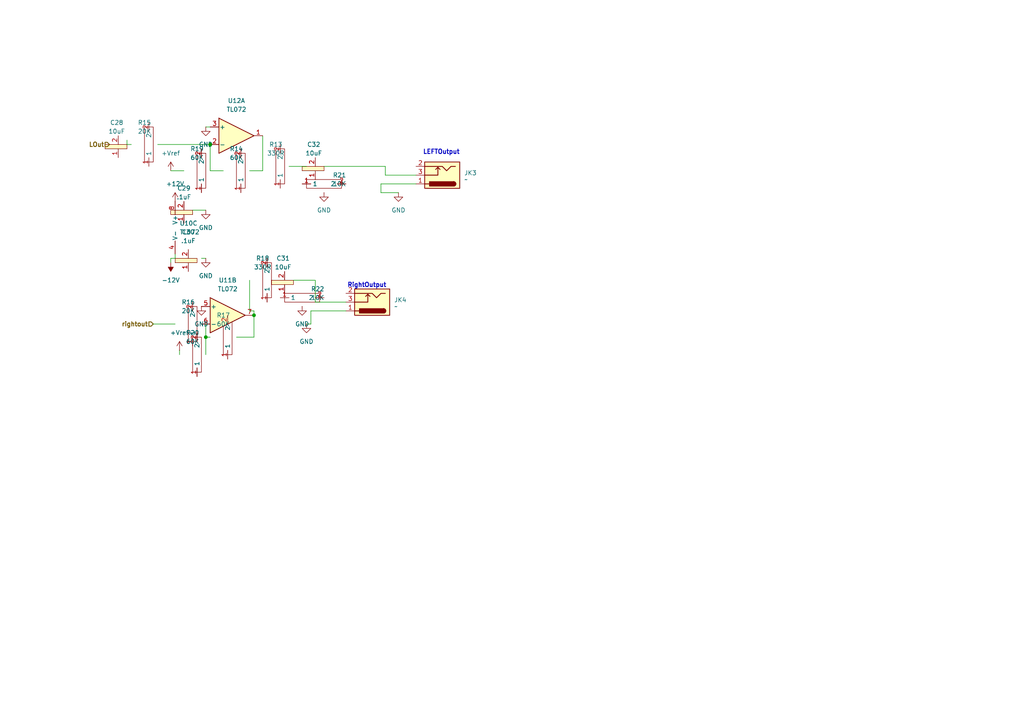
<source format=kicad_sch>
(kicad_sch
	(version 20231120)
	(generator "eeschema")
	(generator_version "8.0")
	(uuid "2c600d02-13f1-442f-8a11-7d7622f1ffe8")
	(paper "A4")
	(lib_symbols
		(symbol "Amplifier_Operational:TL072"
			(pin_names
				(offset 0.127)
			)
			(exclude_from_sim no)
			(in_bom yes)
			(on_board yes)
			(property "Reference" "U"
				(at 0 5.08 0)
				(effects
					(font
						(size 1.27 1.27)
					)
					(justify left)
				)
			)
			(property "Value" "TL072"
				(at 0 -5.08 0)
				(effects
					(font
						(size 1.27 1.27)
					)
					(justify left)
				)
			)
			(property "Footprint" ""
				(at 0 0 0)
				(effects
					(font
						(size 1.27 1.27)
					)
					(hide yes)
				)
			)
			(property "Datasheet" "http://www.ti.com/lit/ds/symlink/tl071.pdf"
				(at 0 0 0)
				(effects
					(font
						(size 1.27 1.27)
					)
					(hide yes)
				)
			)
			(property "Description" "Dual Low-Noise JFET-Input Operational Amplifiers, DIP-8/SOIC-8"
				(at 0 0 0)
				(effects
					(font
						(size 1.27 1.27)
					)
					(hide yes)
				)
			)
			(property "ki_locked" ""
				(at 0 0 0)
				(effects
					(font
						(size 1.27 1.27)
					)
				)
			)
			(property "ki_keywords" "dual opamp"
				(at 0 0 0)
				(effects
					(font
						(size 1.27 1.27)
					)
					(hide yes)
				)
			)
			(property "ki_fp_filters" "SOIC*3.9x4.9mm*P1.27mm* DIP*W7.62mm* TO*99* OnSemi*Micro8* TSSOP*3x3mm*P0.65mm* TSSOP*4.4x3mm*P0.65mm* MSOP*3x3mm*P0.65mm* SSOP*3.9x4.9mm*P0.635mm* LFCSP*2x2mm*P0.5mm* *SIP* SOIC*5.3x6.2mm*P1.27mm*"
				(at 0 0 0)
				(effects
					(font
						(size 1.27 1.27)
					)
					(hide yes)
				)
			)
			(symbol "TL072_1_1"
				(polyline
					(pts
						(xy -5.08 5.08) (xy 5.08 0) (xy -5.08 -5.08) (xy -5.08 5.08)
					)
					(stroke
						(width 0.254)
						(type default)
					)
					(fill
						(type background)
					)
				)
				(pin output line
					(at 7.62 0 180)
					(length 2.54)
					(name "~"
						(effects
							(font
								(size 1.27 1.27)
							)
						)
					)
					(number "1"
						(effects
							(font
								(size 1.27 1.27)
							)
						)
					)
				)
				(pin input line
					(at -7.62 -2.54 0)
					(length 2.54)
					(name "-"
						(effects
							(font
								(size 1.27 1.27)
							)
						)
					)
					(number "2"
						(effects
							(font
								(size 1.27 1.27)
							)
						)
					)
				)
				(pin input line
					(at -7.62 2.54 0)
					(length 2.54)
					(name "+"
						(effects
							(font
								(size 1.27 1.27)
							)
						)
					)
					(number "3"
						(effects
							(font
								(size 1.27 1.27)
							)
						)
					)
				)
			)
			(symbol "TL072_2_1"
				(polyline
					(pts
						(xy -5.08 5.08) (xy 5.08 0) (xy -5.08 -5.08) (xy -5.08 5.08)
					)
					(stroke
						(width 0.254)
						(type default)
					)
					(fill
						(type background)
					)
				)
				(pin input line
					(at -7.62 2.54 0)
					(length 2.54)
					(name "+"
						(effects
							(font
								(size 1.27 1.27)
							)
						)
					)
					(number "5"
						(effects
							(font
								(size 1.27 1.27)
							)
						)
					)
				)
				(pin input line
					(at -7.62 -2.54 0)
					(length 2.54)
					(name "-"
						(effects
							(font
								(size 1.27 1.27)
							)
						)
					)
					(number "6"
						(effects
							(font
								(size 1.27 1.27)
							)
						)
					)
				)
				(pin output line
					(at 7.62 0 180)
					(length 2.54)
					(name "~"
						(effects
							(font
								(size 1.27 1.27)
							)
						)
					)
					(number "7"
						(effects
							(font
								(size 1.27 1.27)
							)
						)
					)
				)
			)
			(symbol "TL072_3_1"
				(pin power_in line
					(at -2.54 -7.62 90)
					(length 3.81)
					(name "V-"
						(effects
							(font
								(size 1.27 1.27)
							)
						)
					)
					(number "4"
						(effects
							(font
								(size 1.27 1.27)
							)
						)
					)
				)
				(pin power_in line
					(at -2.54 7.62 270)
					(length 3.81)
					(name "V+"
						(effects
							(font
								(size 1.27 1.27)
							)
						)
					)
					(number "8"
						(effects
							(font
								(size 1.27 1.27)
							)
						)
					)
				)
			)
		)
		(symbol "common:CerCap"
			(exclude_from_sim no)
			(in_bom yes)
			(on_board yes)
			(property "Reference" "*C"
				(at 0 0 0)
				(effects
					(font
						(size 1.27 1.27)
					)
				)
			)
			(property "Value" ""
				(at 0 0 0)
				(effects
					(font
						(size 1.27 1.27)
					)
				)
			)
			(property "Footprint" "commonfootprint:Ceramic0603"
				(at 0 6.858 0)
				(effects
					(font
						(size 1.27 1.27)
					)
					(hide yes)
				)
			)
			(property "Datasheet" ""
				(at 0 0 0)
				(effects
					(font
						(size 1.27 1.27)
					)
					(hide yes)
				)
			)
			(property "Description" ""
				(at 0 0 0)
				(effects
					(font
						(size 1.27 1.27)
					)
					(hide yes)
				)
			)
			(symbol "CerCap_1_1"
				(rectangle
					(start -1.27 3.81)
					(end 0 -2.54)
					(stroke
						(width 0)
						(type default)
					)
					(fill
						(type background)
					)
				)
				(pin passive line
					(at -3.81 0 0)
					(length 2.54)
					(name ""
						(effects
							(font
								(size 1.27 1.27)
							)
						)
					)
					(number "1"
						(effects
							(font
								(size 1.27 1.27)
							)
						)
					)
				)
				(pin passive line
					(at 2.54 0 180)
					(length 2.54)
					(name ""
						(effects
							(font
								(size 1.27 1.27)
							)
						)
					)
					(number "2"
						(effects
							(font
								(size 1.27 1.27)
							)
						)
					)
				)
			)
		)
		(symbol "common:R"
			(exclude_from_sim no)
			(in_bom yes)
			(on_board yes)
			(property "Reference" "R*"
				(at 0 0 0)
				(effects
					(font
						(size 1.27 1.27)
					)
				)
			)
			(property "Value" ""
				(at 0 0 0)
				(effects
					(font
						(size 1.27 1.27)
					)
				)
			)
			(property "Footprint" "commonfootprint:Modcan0603"
				(at 0 0 0)
				(effects
					(font
						(size 1.27 1.27)
					)
					(hide yes)
				)
			)
			(property "Datasheet" ""
				(at 0 0 0)
				(effects
					(font
						(size 1.27 1.27)
					)
					(hide yes)
				)
			)
			(property "Description" ""
				(at 0 0 0)
				(effects
					(font
						(size 1.27 1.27)
					)
					(hide yes)
				)
			)
			(symbol "R_0_1"
				(rectangle
					(start -5.08 0)
					(end 5.08 -2.54)
					(stroke
						(width 0)
						(type default)
					)
					(fill
						(type none)
					)
				)
			)
			(symbol "R_1_1"
				(pin passive line
					(at -6.35 -1.27 0)
					(length 2.54)
					(name "1"
						(effects
							(font
								(size 1.27 1.27)
							)
						)
					)
					(number "1"
						(effects
							(font
								(size 1.27 1.27)
							)
						)
					)
				)
				(pin passive line
					(at 6.35 -1.27 180)
					(length 2.54)
					(name "2"
						(effects
							(font
								(size 1.27 1.27)
							)
						)
					)
					(number "2"
						(effects
							(font
								(size 1.27 1.27)
							)
						)
					)
				)
			)
		)
		(symbol "esp32lib:LJE0352"
			(exclude_from_sim no)
			(in_bom yes)
			(on_board yes)
			(property "Reference" "JK"
				(at 0 0 0)
				(effects
					(font
						(size 1.27 1.27)
					)
				)
			)
			(property "Value" ""
				(at 0 0 0)
				(effects
					(font
						(size 1.27 1.27)
					)
				)
			)
			(property "Footprint" "customfootprints:LJE0352"
				(at 0 0 0)
				(effects
					(font
						(size 1.27 1.27)
					)
					(hide yes)
				)
			)
			(property "Datasheet" ""
				(at 0 0 0)
				(effects
					(font
						(size 1.27 1.27)
					)
					(hide yes)
				)
			)
			(property "Description" ""
				(at 0 0 0)
				(effects
					(font
						(size 1.27 1.27)
					)
					(hide yes)
				)
			)
			(symbol "LJE0352_0_1"
				(rectangle
					(start -12.7 6.35)
					(end -2.54 -1.27)
					(stroke
						(width 0.254)
						(type default)
					)
					(fill
						(type background)
					)
				)
				(arc
					(start -10.922 5.715)
					(mid -11.5543 5.08)
					(end -10.922 4.445)
					(stroke
						(width 0.254)
						(type default)
					)
					(fill
						(type none)
					)
				)
				(arc
					(start -10.922 5.715)
					(mid -11.5543 5.08)
					(end -10.922 4.445)
					(stroke
						(width 0.254)
						(type default)
					)
					(fill
						(type outline)
					)
				)
				(rectangle
					(start -3.937 5.715)
					(end -10.922 4.445)
					(stroke
						(width 0.254)
						(type default)
					)
					(fill
						(type outline)
					)
				)
				(polyline
					(pts
						(xy -6.35 0.254) (xy -5.715 0.889)
					)
					(stroke
						(width 0.254)
						(type default)
					)
					(fill
						(type none)
					)
				)
				(polyline
					(pts
						(xy -2.54 5.08) (xy -3.81 5.08)
					)
					(stroke
						(width 0.254)
						(type default)
					)
					(fill
						(type none)
					)
				)
				(polyline
					(pts
						(xy -2.54 2.54) (xy -6.35 2.54) (xy -6.35 0.254) (xy -6.985 0.889)
					)
					(stroke
						(width 0.254)
						(type default)
					)
					(fill
						(type none)
					)
				)
				(polyline
					(pts
						(xy -11.43 0) (xy -10.16 0) (xy -8.89 1.27) (xy -7.62 0) (xy -5.08 0) (xy -2.54 0)
					)
					(stroke
						(width 0.254)
						(type default)
					)
					(fill
						(type none)
					)
				)
			)
			(symbol "LJE0352_1_1"
				(pin passive line
					(at 0 5.08 180)
					(length 2.54)
					(name "~"
						(effects
							(font
								(size 1.27 1.27)
							)
						)
					)
					(number "1"
						(effects
							(font
								(size 1.27 1.27)
							)
						)
					)
				)
				(pin passive line
					(at 0 0 180)
					(length 2.54)
					(name "~"
						(effects
							(font
								(size 1.27 1.27)
							)
						)
					)
					(number "2"
						(effects
							(font
								(size 1.27 1.27)
							)
						)
					)
				)
				(pin passive line
					(at 0 2.54 180)
					(length 2.54)
					(name "~"
						(effects
							(font
								(size 1.27 1.27)
							)
						)
					)
					(number "3"
						(effects
							(font
								(size 1.27 1.27)
							)
						)
					)
				)
			)
		)
		(symbol "power:+10V"
			(power)
			(pin_numbers hide)
			(pin_names
				(offset 0) hide)
			(exclude_from_sim no)
			(in_bom yes)
			(on_board yes)
			(property "Reference" "#PWR"
				(at 0 -3.81 0)
				(effects
					(font
						(size 1.27 1.27)
					)
					(hide yes)
				)
			)
			(property "Value" "+10V"
				(at 0 3.556 0)
				(effects
					(font
						(size 1.27 1.27)
					)
				)
			)
			(property "Footprint" ""
				(at 0 0 0)
				(effects
					(font
						(size 1.27 1.27)
					)
					(hide yes)
				)
			)
			(property "Datasheet" ""
				(at 0 0 0)
				(effects
					(font
						(size 1.27 1.27)
					)
					(hide yes)
				)
			)
			(property "Description" "Power symbol creates a global label with name \"+10V\""
				(at 0 0 0)
				(effects
					(font
						(size 1.27 1.27)
					)
					(hide yes)
				)
			)
			(property "ki_keywords" "global power"
				(at 0 0 0)
				(effects
					(font
						(size 1.27 1.27)
					)
					(hide yes)
				)
			)
			(symbol "+10V_0_1"
				(polyline
					(pts
						(xy -0.762 1.27) (xy 0 2.54)
					)
					(stroke
						(width 0)
						(type default)
					)
					(fill
						(type none)
					)
				)
				(polyline
					(pts
						(xy 0 0) (xy 0 2.54)
					)
					(stroke
						(width 0)
						(type default)
					)
					(fill
						(type none)
					)
				)
				(polyline
					(pts
						(xy 0 2.54) (xy 0.762 1.27)
					)
					(stroke
						(width 0)
						(type default)
					)
					(fill
						(type none)
					)
				)
			)
			(symbol "+10V_1_1"
				(pin power_in line
					(at 0 0 90)
					(length 0)
					(name "~"
						(effects
							(font
								(size 1.27 1.27)
							)
						)
					)
					(number "1"
						(effects
							(font
								(size 1.27 1.27)
							)
						)
					)
				)
			)
		)
		(symbol "power:+12V"
			(power)
			(pin_numbers hide)
			(pin_names
				(offset 0) hide)
			(exclude_from_sim no)
			(in_bom yes)
			(on_board yes)
			(property "Reference" "#PWR"
				(at 0 -3.81 0)
				(effects
					(font
						(size 1.27 1.27)
					)
					(hide yes)
				)
			)
			(property "Value" "+12V"
				(at 0 3.556 0)
				(effects
					(font
						(size 1.27 1.27)
					)
				)
			)
			(property "Footprint" ""
				(at 0 0 0)
				(effects
					(font
						(size 1.27 1.27)
					)
					(hide yes)
				)
			)
			(property "Datasheet" ""
				(at 0 0 0)
				(effects
					(font
						(size 1.27 1.27)
					)
					(hide yes)
				)
			)
			(property "Description" "Power symbol creates a global label with name \"+12V\""
				(at 0 0 0)
				(effects
					(font
						(size 1.27 1.27)
					)
					(hide yes)
				)
			)
			(property "ki_keywords" "global power"
				(at 0 0 0)
				(effects
					(font
						(size 1.27 1.27)
					)
					(hide yes)
				)
			)
			(symbol "+12V_0_1"
				(polyline
					(pts
						(xy -0.762 1.27) (xy 0 2.54)
					)
					(stroke
						(width 0)
						(type default)
					)
					(fill
						(type none)
					)
				)
				(polyline
					(pts
						(xy 0 0) (xy 0 2.54)
					)
					(stroke
						(width 0)
						(type default)
					)
					(fill
						(type none)
					)
				)
				(polyline
					(pts
						(xy 0 2.54) (xy 0.762 1.27)
					)
					(stroke
						(width 0)
						(type default)
					)
					(fill
						(type none)
					)
				)
			)
			(symbol "+12V_1_1"
				(pin power_in line
					(at 0 0 90)
					(length 0)
					(name "~"
						(effects
							(font
								(size 1.27 1.27)
							)
						)
					)
					(number "1"
						(effects
							(font
								(size 1.27 1.27)
							)
						)
					)
				)
			)
		)
		(symbol "power:-12V"
			(power)
			(pin_numbers hide)
			(pin_names
				(offset 0) hide)
			(exclude_from_sim no)
			(in_bom yes)
			(on_board yes)
			(property "Reference" "#PWR"
				(at 0 -3.81 0)
				(effects
					(font
						(size 1.27 1.27)
					)
					(hide yes)
				)
			)
			(property "Value" "-12V"
				(at 0 3.556 0)
				(effects
					(font
						(size 1.27 1.27)
					)
				)
			)
			(property "Footprint" ""
				(at 0 0 0)
				(effects
					(font
						(size 1.27 1.27)
					)
					(hide yes)
				)
			)
			(property "Datasheet" ""
				(at 0 0 0)
				(effects
					(font
						(size 1.27 1.27)
					)
					(hide yes)
				)
			)
			(property "Description" "Power symbol creates a global label with name \"-12V\""
				(at 0 0 0)
				(effects
					(font
						(size 1.27 1.27)
					)
					(hide yes)
				)
			)
			(property "ki_keywords" "global power"
				(at 0 0 0)
				(effects
					(font
						(size 1.27 1.27)
					)
					(hide yes)
				)
			)
			(symbol "-12V_0_0"
				(pin power_in line
					(at 0 0 90)
					(length 0)
					(name "~"
						(effects
							(font
								(size 1.27 1.27)
							)
						)
					)
					(number "1"
						(effects
							(font
								(size 1.27 1.27)
							)
						)
					)
				)
			)
			(symbol "-12V_0_1"
				(polyline
					(pts
						(xy 0 0) (xy 0 1.27) (xy 0.762 1.27) (xy 0 2.54) (xy -0.762 1.27) (xy 0 1.27)
					)
					(stroke
						(width 0)
						(type default)
					)
					(fill
						(type outline)
					)
				)
			)
		)
		(symbol "power:GND"
			(power)
			(pin_numbers hide)
			(pin_names
				(offset 0) hide)
			(exclude_from_sim no)
			(in_bom yes)
			(on_board yes)
			(property "Reference" "#PWR"
				(at 0 -6.35 0)
				(effects
					(font
						(size 1.27 1.27)
					)
					(hide yes)
				)
			)
			(property "Value" "GND"
				(at 0 -3.81 0)
				(effects
					(font
						(size 1.27 1.27)
					)
				)
			)
			(property "Footprint" ""
				(at 0 0 0)
				(effects
					(font
						(size 1.27 1.27)
					)
					(hide yes)
				)
			)
			(property "Datasheet" ""
				(at 0 0 0)
				(effects
					(font
						(size 1.27 1.27)
					)
					(hide yes)
				)
			)
			(property "Description" "Power symbol creates a global label with name \"GND\" , ground"
				(at 0 0 0)
				(effects
					(font
						(size 1.27 1.27)
					)
					(hide yes)
				)
			)
			(property "ki_keywords" "global power"
				(at 0 0 0)
				(effects
					(font
						(size 1.27 1.27)
					)
					(hide yes)
				)
			)
			(symbol "GND_0_1"
				(polyline
					(pts
						(xy 0 0) (xy 0 -1.27) (xy 1.27 -1.27) (xy 0 -2.54) (xy -1.27 -1.27) (xy 0 -1.27)
					)
					(stroke
						(width 0)
						(type default)
					)
					(fill
						(type none)
					)
				)
			)
			(symbol "GND_1_1"
				(pin power_in line
					(at 0 0 270)
					(length 0)
					(name "~"
						(effects
							(font
								(size 1.27 1.27)
							)
						)
					)
					(number "1"
						(effects
							(font
								(size 1.27 1.27)
							)
						)
					)
				)
			)
		)
	)
	(junction
		(at 73.66 91.44)
		(diameter 0)
		(color 0 0 0 0)
		(uuid "19359a2a-ebbf-4fc5-b723-9bcb27c1d2d2")
	)
	(junction
		(at 59.69 97.79)
		(diameter 0)
		(color 0 0 0 0)
		(uuid "7db13769-5f32-42fc-894c-50a6c8f20469")
	)
	(junction
		(at 60.96 41.91)
		(diameter 0)
		(color 0 0 0 0)
		(uuid "9455f957-3fde-4f80-ab9c-f20867b7aa9c")
	)
	(wire
		(pts
			(xy 64.77 49.53) (xy 60.96 49.53)
		)
		(stroke
			(width 0)
			(type default)
		)
		(uuid "00ac23b1-efc3-45e3-beb8-7757df447fa1")
	)
	(wire
		(pts
			(xy 120.65 50.8) (xy 111.76 50.8)
		)
		(stroke
			(width 0)
			(type default)
		)
		(uuid "07b330fc-3757-4e64-8391-f4840b65e0bb")
	)
	(wire
		(pts
			(xy 60.96 97.79) (xy 59.69 97.79)
		)
		(stroke
			(width 0)
			(type default)
		)
		(uuid "1ff5054a-9b71-4705-85e1-add51d6c18ac")
	)
	(wire
		(pts
			(xy 49.53 76.2) (xy 49.53 74.93)
		)
		(stroke
			(width 0)
			(type default)
		)
		(uuid "203e6a3a-b717-4274-8481-ef8848e4194f")
	)
	(wire
		(pts
			(xy 90.17 90.17) (xy 100.33 90.17)
		)
		(stroke
			(width 0)
			(type default)
		)
		(uuid "300e3853-a0e6-47bd-88ab-7c1106310d97")
	)
	(wire
		(pts
			(xy 49.53 74.93) (xy 50.8 74.93)
		)
		(stroke
			(width 0)
			(type default)
		)
		(uuid "3341a449-bfea-4b94-9e4e-658ff8d82985")
	)
	(wire
		(pts
			(xy 52.07 102.87) (xy 52.07 101.6)
		)
		(stroke
			(width 0)
			(type default)
		)
		(uuid "398d0400-03f7-4bbb-b1ee-8673f77e9120")
	)
	(wire
		(pts
			(xy 100.33 87.63) (xy 91.44 87.63)
		)
		(stroke
			(width 0)
			(type default)
		)
		(uuid "4154a1eb-dcef-4695-889e-781d7db8859a")
	)
	(wire
		(pts
			(xy 44.45 93.98) (xy 50.8 93.98)
		)
		(stroke
			(width 0)
			(type default)
		)
		(uuid "4424d62d-2790-4c1d-9988-e36a10e0939c")
	)
	(wire
		(pts
			(xy 72.39 49.53) (xy 76.2 49.53)
		)
		(stroke
			(width 0)
			(type default)
		)
		(uuid "44666225-3d43-4e0a-b868-24ff83e06b30")
	)
	(wire
		(pts
			(xy 90.17 93.98) (xy 88.9 93.98)
		)
		(stroke
			(width 0)
			(type default)
		)
		(uuid "4c73ddd5-4142-4137-9009-f38a0315aedf")
	)
	(wire
		(pts
			(xy 68.58 97.79) (xy 73.66 97.79)
		)
		(stroke
			(width 0)
			(type default)
		)
		(uuid "57083b77-5bc5-4926-9639-25abf2a15587")
	)
	(wire
		(pts
			(xy 45.72 41.91) (xy 60.96 41.91)
		)
		(stroke
			(width 0)
			(type default)
		)
		(uuid "5f7abbc2-e74c-4db9-8905-58496fd6cc4b")
	)
	(wire
		(pts
			(xy 76.2 39.37) (xy 76.2 49.53)
		)
		(stroke
			(width 0)
			(type default)
		)
		(uuid "6027a13c-79f9-40d1-b006-d258081690d6")
	)
	(wire
		(pts
			(xy 72.39 81.28) (xy 72.39 90.17)
		)
		(stroke
			(width 0)
			(type default)
		)
		(uuid "6200c9e6-efeb-4807-944b-24f87a1bf868")
	)
	(wire
		(pts
			(xy 88.9 48.26) (xy 83.82 48.26)
		)
		(stroke
			(width 0)
			(type default)
		)
		(uuid "64b5aa60-2444-4181-81f1-f8ae4024fd16")
	)
	(wire
		(pts
			(xy 59.69 74.93) (xy 58.42 74.93)
		)
		(stroke
			(width 0)
			(type default)
		)
		(uuid "6b130206-8aca-4652-a823-ebb1369a39b6")
	)
	(wire
		(pts
			(xy 110.49 53.34) (xy 120.65 53.34)
		)
		(stroke
			(width 0)
			(type default)
		)
		(uuid "7edd90a5-bd38-433a-8978-e3f23c8dfe20")
	)
	(wire
		(pts
			(xy 73.66 91.44) (xy 73.66 97.79)
		)
		(stroke
			(width 0)
			(type default)
		)
		(uuid "81a16cf1-ddf0-496e-8ea4-d71a2dc2f5ba")
	)
	(wire
		(pts
			(xy 110.49 55.88) (xy 115.57 55.88)
		)
		(stroke
			(width 0)
			(type default)
		)
		(uuid "86b61403-3b14-4fab-8785-7043ea78b411")
	)
	(wire
		(pts
			(xy 90.17 90.17) (xy 90.17 93.98)
		)
		(stroke
			(width 0)
			(type default)
		)
		(uuid "895d4cc5-42a9-47cf-92cf-1de1c5c294d8")
	)
	(wire
		(pts
			(xy 111.76 48.26) (xy 93.98 48.26)
		)
		(stroke
			(width 0)
			(type default)
		)
		(uuid "8b7182c7-ce16-48e7-ace8-3c9e170bbc92")
	)
	(wire
		(pts
			(xy 85.09 81.28) (xy 91.44 81.28)
		)
		(stroke
			(width 0)
			(type default)
		)
		(uuid "8e72aff7-9002-434c-bfe6-cfed344336d6")
	)
	(wire
		(pts
			(xy 59.69 60.96) (xy 55.88 60.96)
		)
		(stroke
			(width 0)
			(type default)
		)
		(uuid "9960d92c-3d4a-4db4-8da1-f6df9a323c42")
	)
	(wire
		(pts
			(xy 59.69 93.98) (xy 59.69 97.79)
		)
		(stroke
			(width 0)
			(type default)
		)
		(uuid "9be60f39-b056-4e80-8ef1-69bf1d19f3e3")
	)
	(wire
		(pts
			(xy 50.8 74.93) (xy 50.8 73.66)
		)
		(stroke
			(width 0)
			(type default)
		)
		(uuid "aa489176-fe69-4531-ae01-93a6cf27c45d")
	)
	(wire
		(pts
			(xy 36.83 41.91) (xy 38.1 41.91)
		)
		(stroke
			(width 0)
			(type default)
		)
		(uuid "bec6501c-bf38-4b16-b624-6caf5725d27e")
	)
	(wire
		(pts
			(xy 49.53 49.53) (xy 53.34 49.53)
		)
		(stroke
			(width 0)
			(type default)
		)
		(uuid "bfa4f793-58be-4268-8d6c-655151325872")
	)
	(wire
		(pts
			(xy 59.69 36.83) (xy 60.96 36.83)
		)
		(stroke
			(width 0)
			(type default)
		)
		(uuid "cde36a9a-522b-4cbe-89a2-dcd465019a64")
	)
	(wire
		(pts
			(xy 59.69 97.79) (xy 59.69 102.87)
		)
		(stroke
			(width 0)
			(type default)
		)
		(uuid "d04723ec-e2bc-47dc-a88d-ae4fcd0df48b")
	)
	(wire
		(pts
			(xy 91.44 81.28) (xy 91.44 87.63)
		)
		(stroke
			(width 0)
			(type default)
		)
		(uuid "d106950e-369e-43d5-9b84-74adac262add")
	)
	(wire
		(pts
			(xy 60.96 49.53) (xy 60.96 41.91)
		)
		(stroke
			(width 0)
			(type default)
		)
		(uuid "d243e4f6-f3ba-4dc7-96b0-23ff286f166b")
	)
	(wire
		(pts
			(xy 72.39 90.17) (xy 73.66 90.17)
		)
		(stroke
			(width 0)
			(type default)
		)
		(uuid "da8ffba2-1f7f-4cd1-bb8c-d883ec34a16c")
	)
	(wire
		(pts
			(xy 73.66 90.17) (xy 73.66 91.44)
		)
		(stroke
			(width 0)
			(type default)
		)
		(uuid "e0050eb5-9b3f-42e4-97a2-06d7b8985b91")
	)
	(wire
		(pts
			(xy 111.76 50.8) (xy 111.76 48.26)
		)
		(stroke
			(width 0)
			(type default)
		)
		(uuid "e74f1907-9a13-44e4-afb8-bf4bb52343b5")
	)
	(wire
		(pts
			(xy 110.49 55.88) (xy 110.49 53.34)
		)
		(stroke
			(width 0)
			(type default)
		)
		(uuid "eb7a0780-4b54-4e99-a29c-77147e7686bb")
	)
	(wire
		(pts
			(xy 36.83 41.91) (xy 36.83 40.64)
		)
		(stroke
			(width 0)
			(type default)
		)
		(uuid "fb465640-b96b-4804-af46-a55e2cf73a9a")
	)
	(text "LEFTOutput"
		(exclude_from_sim no)
		(at 128.016 44.196 0)
		(effects
			(font
				(size 1.27 1.27)
				(thickness 0.254)
				(bold yes)
			)
		)
		(uuid "5a11f92c-efc3-4938-bb57-40971c485e88")
	)
	(text "RightOutput\n"
		(exclude_from_sim no)
		(at 106.426 82.804 0)
		(effects
			(font
				(size 1.27 1.27)
				(thickness 0.254)
				(bold yes)
			)
		)
		(uuid "f8e4f527-cd01-42fe-9af7-31ddf591d0df")
	)
	(hierarchical_label "rightout"
		(shape input)
		(at 44.45 93.98 180)
		(effects
			(font
				(size 1.27 1.27)
				(thickness 0.254)
				(bold yes)
			)
			(justify right)
		)
		(uuid "35bfc47a-3a60-4f07-bdc1-0607454e95aa")
	)
	(hierarchical_label "LOut"
		(shape input)
		(at 31.75 41.91 180)
		(effects
			(font
				(size 1.27 1.27)
				(thickness 0.254)
				(bold yes)
			)
			(justify right)
		)
		(uuid "fbf5759c-af39-4808-808e-fc9efeb1aa3b")
	)
	(symbol
		(lib_id "common:CerCap")
		(at 34.29 41.91 90)
		(unit 1)
		(exclude_from_sim no)
		(in_bom yes)
		(on_board yes)
		(dnp no)
		(fields_autoplaced yes)
		(uuid "2d8a20fc-635a-4438-9d91-d1d44a696f4c")
		(property "Reference" "C28"
			(at 33.8582 35.56 90)
			(effects
				(font
					(size 1.27 1.27)
				)
			)
		)
		(property "Value" "10uF"
			(at 33.8582 38.1 90)
			(effects
				(font
					(size 1.27 1.27)
				)
			)
		)
		(property "Footprint" "commonfootprint:Ceramic0603"
			(at 34.29 41.91 0)
			(effects
				(font
					(size 1.27 1.27)
				)
				(hide yes)
			)
		)
		(property "Datasheet" "~"
			(at 34.29 41.91 0)
			(effects
				(font
					(size 1.27 1.27)
				)
				(hide yes)
			)
		)
		(property "Description" "Polarized capacitor, small US symbol"
			(at 34.29 41.91 0)
			(effects
				(font
					(size 1.27 1.27)
				)
				(hide yes)
			)
		)
		(pin "2"
			(uuid "83ad9d91-9d41-4f34-8e76-e54e31aa59ba")
		)
		(pin "1"
			(uuid "c179379c-0f5d-4c07-8bbc-6879d87b76cc")
		)
		(instances
			(project ""
				(path "/c4754426-a41b-4341-9d09-2e389619f3d6/32d637b3-b81c-4082-b7fa-739e0cc157fd/6bb6bc09-ace8-4731-969a-a17c7056fbc0"
					(reference "C28")
					(unit 1)
				)
			)
		)
	)
	(symbol
		(lib_id "common:R")
		(at 57.15 49.53 90)
		(unit 1)
		(exclude_from_sim no)
		(in_bom yes)
		(on_board yes)
		(dnp no)
		(fields_autoplaced yes)
		(uuid "2f1d2e31-0bba-44fb-a255-253691117fbb")
		(property "Reference" "R19"
			(at 57.15 43.18 90)
			(effects
				(font
					(size 1.27 1.27)
				)
			)
		)
		(property "Value" "60K"
			(at 57.15 45.72 90)
			(effects
				(font
					(size 1.27 1.27)
				)
			)
		)
		(property "Footprint" "commonfootprint:Modcan0603"
			(at 57.15 51.308 90)
			(effects
				(font
					(size 1.27 1.27)
				)
				(hide yes)
			)
		)
		(property "Datasheet" "~"
			(at 57.15 49.53 0)
			(effects
				(font
					(size 1.27 1.27)
				)
				(hide yes)
			)
		)
		(property "Description" "Resistor"
			(at 57.15 49.53 0)
			(effects
				(font
					(size 1.27 1.27)
				)
				(hide yes)
			)
		)
		(pin "1"
			(uuid "0f19fe42-7af0-4668-9936-1e2686ba1425")
		)
		(pin "2"
			(uuid "37c5caed-74e8-4fcf-8dfd-45885193fde9")
		)
		(instances
			(project "esp32"
				(path "/c4754426-a41b-4341-9d09-2e389619f3d6/32d637b3-b81c-4082-b7fa-739e0cc157fd/6bb6bc09-ace8-4731-969a-a17c7056fbc0"
					(reference "R19")
					(unit 1)
				)
			)
		)
	)
	(symbol
		(lib_id "common:R")
		(at 80.01 48.26 90)
		(unit 1)
		(exclude_from_sim no)
		(in_bom yes)
		(on_board yes)
		(dnp no)
		(fields_autoplaced yes)
		(uuid "30dd162f-3e3f-4d6f-b39e-6d19ffd991a2")
		(property "Reference" "R13"
			(at 80.01 41.91 90)
			(effects
				(font
					(size 1.27 1.27)
				)
			)
		)
		(property "Value" "330R"
			(at 80.01 44.45 90)
			(effects
				(font
					(size 1.27 1.27)
				)
			)
		)
		(property "Footprint" "commonfootprint:Modcan0603"
			(at 80.01 50.038 90)
			(effects
				(font
					(size 1.27 1.27)
				)
				(hide yes)
			)
		)
		(property "Datasheet" "~"
			(at 80.01 48.26 0)
			(effects
				(font
					(size 1.27 1.27)
				)
				(hide yes)
			)
		)
		(property "Description" "Resistor"
			(at 80.01 48.26 0)
			(effects
				(font
					(size 1.27 1.27)
				)
				(hide yes)
			)
		)
		(pin "1"
			(uuid "cd16866a-7d29-41c7-be65-6ecdfa608cfd")
		)
		(pin "2"
			(uuid "2fef2581-4814-40d4-b2bb-4c5cc2e5a061")
		)
		(instances
			(project ""
				(path "/c4754426-a41b-4341-9d09-2e389619f3d6/32d637b3-b81c-4082-b7fa-739e0cc157fd/6bb6bc09-ace8-4731-969a-a17c7056fbc0"
					(reference "R13")
					(unit 1)
				)
			)
		)
	)
	(symbol
		(lib_id "esp32lib:LJE0352")
		(at 100.33 85.09 180)
		(unit 1)
		(exclude_from_sim no)
		(in_bom yes)
		(on_board yes)
		(dnp no)
		(fields_autoplaced yes)
		(uuid "32d9863a-2b0b-4ee6-8f55-18ea4d2df761")
		(property "Reference" "JK4"
			(at 114.3 86.9949 0)
			(effects
				(font
					(size 1.27 1.27)
				)
				(justify right)
			)
		)
		(property "Value" "~"
			(at 114.3 88.9 0)
			(effects
				(font
					(size 1.27 1.27)
				)
				(justify right)
			)
		)
		(property "Footprint" "customfootprints:LJE0352"
			(at 100.33 85.09 0)
			(effects
				(font
					(size 1.27 1.27)
				)
				(hide yes)
			)
		)
		(property "Datasheet" ""
			(at 100.33 85.09 0)
			(effects
				(font
					(size 1.27 1.27)
				)
				(hide yes)
			)
		)
		(property "Description" ""
			(at 100.33 85.09 0)
			(effects
				(font
					(size 1.27 1.27)
				)
				(hide yes)
			)
		)
		(pin "2"
			(uuid "1dfd3d28-b730-48c4-9b63-00a8ea8cba29")
		)
		(pin "1"
			(uuid "08bac9f6-cba2-4bb1-b4a5-126b92fa396c")
		)
		(pin "3"
			(uuid "6622f5b9-9ff3-441b-9d19-0a283cda2541")
		)
		(instances
			(project "esp32"
				(path "/c4754426-a41b-4341-9d09-2e389619f3d6/32d637b3-b81c-4082-b7fa-739e0cc157fd/6bb6bc09-ace8-4731-969a-a17c7056fbc0"
					(reference "JK4")
					(unit 1)
				)
			)
		)
	)
	(symbol
		(lib_id "power:+10V")
		(at 52.07 101.6 0)
		(unit 1)
		(exclude_from_sim no)
		(in_bom yes)
		(on_board yes)
		(dnp no)
		(fields_autoplaced yes)
		(uuid "3637dc0b-888a-47b9-8b19-4c6fef5a75e6")
		(property "Reference" "#PWR72"
			(at 52.07 105.41 0)
			(effects
				(font
					(size 1.27 1.27)
				)
				(hide yes)
			)
		)
		(property "Value" "+Vref"
			(at 52.07 96.52 0)
			(effects
				(font
					(size 1.27 1.27)
				)
			)
		)
		(property "Footprint" ""
			(at 52.07 101.6 0)
			(effects
				(font
					(size 1.27 1.27)
				)
				(hide yes)
			)
		)
		(property "Datasheet" ""
			(at 52.07 101.6 0)
			(effects
				(font
					(size 1.27 1.27)
				)
				(hide yes)
			)
		)
		(property "Description" "Power symbol creates a global label with name \"+10V\""
			(at 52.07 101.6 0)
			(effects
				(font
					(size 1.27 1.27)
				)
				(hide yes)
			)
		)
		(pin "1"
			(uuid "a99c2fa1-f181-4479-9290-656aff602ead")
		)
		(instances
			(project ""
				(path "/c4754426-a41b-4341-9d09-2e389619f3d6/32d637b3-b81c-4082-b7fa-739e0cc157fd/6bb6bc09-ace8-4731-969a-a17c7056fbc0"
					(reference "#PWR72")
					(unit 1)
				)
			)
		)
	)
	(symbol
		(lib_id "common:CerCap")
		(at 54.61 74.93 90)
		(unit 1)
		(exclude_from_sim no)
		(in_bom yes)
		(on_board yes)
		(dnp no)
		(fields_autoplaced yes)
		(uuid "4c73c563-9e9c-44ce-bdee-d919ae62a133")
		(property "Reference" "C30"
			(at 54.61 67.31 90)
			(effects
				(font
					(size 1.27 1.27)
				)
			)
		)
		(property "Value" ".1uF"
			(at 54.61 69.85 90)
			(effects
				(font
					(size 1.27 1.27)
				)
			)
		)
		(property "Footprint" "commonfootprint:Ceramic0603"
			(at 58.42 73.9648 0)
			(effects
				(font
					(size 1.27 1.27)
				)
				(hide yes)
			)
		)
		(property "Datasheet" "~"
			(at 54.61 74.93 0)
			(effects
				(font
					(size 1.27 1.27)
				)
				(hide yes)
			)
		)
		(property "Description" "Unpolarized capacitor"
			(at 54.61 74.93 0)
			(effects
				(font
					(size 1.27 1.27)
				)
				(hide yes)
			)
		)
		(pin "2"
			(uuid "3065e919-90fe-4f61-a5bf-bc8424eb6ed5")
		)
		(pin "1"
			(uuid "14aadf7f-640b-4b95-b609-731e9c77ff14")
		)
		(instances
			(project ""
				(path "/c4754426-a41b-4341-9d09-2e389619f3d6/32d637b3-b81c-4082-b7fa-739e0cc157fd/6bb6bc09-ace8-4731-969a-a17c7056fbc0"
					(reference "C30")
					(unit 1)
				)
			)
		)
	)
	(symbol
		(lib_id "Amplifier_Operational:TL072")
		(at 53.34 66.04 0)
		(unit 3)
		(exclude_from_sim no)
		(in_bom yes)
		(on_board yes)
		(dnp no)
		(fields_autoplaced yes)
		(uuid "4e9f48e2-9f62-44b6-9ad1-0ed80307bdaf")
		(property "Reference" "U10"
			(at 52.07 64.7699 0)
			(effects
				(font
					(size 1.27 1.27)
				)
				(justify left)
			)
		)
		(property "Value" "TL072"
			(at 52.07 67.3099 0)
			(effects
				(font
					(size 1.27 1.27)
				)
				(justify left)
			)
		)
		(property "Footprint" ""
			(at 53.34 66.04 0)
			(effects
				(font
					(size 1.27 1.27)
				)
				(hide yes)
			)
		)
		(property "Datasheet" "http://www.ti.com/lit/ds/symlink/tl071.pdf"
			(at 53.34 66.04 0)
			(effects
				(font
					(size 1.27 1.27)
				)
				(hide yes)
			)
		)
		(property "Description" "Dual Low-Noise JFET-Input Operational Amplifiers, DIP-8/SOIC-8"
			(at 53.34 66.04 0)
			(effects
				(font
					(size 1.27 1.27)
				)
				(hide yes)
			)
		)
		(pin "3"
			(uuid "90df74e7-f2ca-4ce6-8822-710af2053197")
		)
		(pin "4"
			(uuid "37ebbdfd-9075-4d63-988e-4adb864ffe89")
		)
		(pin "5"
			(uuid "c8c2fdae-1563-42be-9e5d-5e776d89b2dd")
		)
		(pin "2"
			(uuid "3857a028-e06f-4eb3-86d9-ee1dfb520eae")
		)
		(pin "1"
			(uuid "8c7fbea1-6529-493c-8a50-7e8dfb0e749b")
		)
		(pin "6"
			(uuid "68d69244-85ed-416d-bb88-41a5242dfecf")
		)
		(pin "7"
			(uuid "e75e5e98-27bf-4c61-9c70-8a46700264d1")
		)
		(pin "8"
			(uuid "99189417-c544-43b7-ae42-b5be69243308")
		)
		(instances
			(project ""
				(path "/c4754426-a41b-4341-9d09-2e389619f3d6/32d637b3-b81c-4082-b7fa-739e0cc157fd/6bb6bc09-ace8-4731-969a-a17c7056fbc0"
					(reference "U10")
					(unit 3)
				)
			)
		)
	)
	(symbol
		(lib_id "power:GND")
		(at 87.63 88.9 0)
		(unit 1)
		(exclude_from_sim no)
		(in_bom yes)
		(on_board yes)
		(dnp no)
		(fields_autoplaced yes)
		(uuid "54577959-0dd7-4919-80cf-8ce4e42fe688")
		(property "Reference" "#PWR74"
			(at 87.63 95.25 0)
			(effects
				(font
					(size 1.27 1.27)
				)
				(hide yes)
			)
		)
		(property "Value" "GND"
			(at 87.63 93.98 0)
			(effects
				(font
					(size 1.27 1.27)
				)
			)
		)
		(property "Footprint" ""
			(at 87.63 88.9 0)
			(effects
				(font
					(size 1.27 1.27)
				)
				(hide yes)
			)
		)
		(property "Datasheet" ""
			(at 87.63 88.9 0)
			(effects
				(font
					(size 1.27 1.27)
				)
				(hide yes)
			)
		)
		(property "Description" "Power symbol creates a global label with name \"GND\" , ground"
			(at 87.63 88.9 0)
			(effects
				(font
					(size 1.27 1.27)
				)
				(hide yes)
			)
		)
		(pin "1"
			(uuid "1d5e7136-a1e7-4039-b19a-9d773c1b9eff")
		)
		(instances
			(project ""
				(path "/c4754426-a41b-4341-9d09-2e389619f3d6/32d637b3-b81c-4082-b7fa-739e0cc157fd/6bb6bc09-ace8-4731-969a-a17c7056fbc0"
					(reference "#PWR74")
					(unit 1)
				)
			)
		)
	)
	(symbol
		(lib_id "common:R")
		(at 55.88 102.87 90)
		(unit 1)
		(exclude_from_sim no)
		(in_bom yes)
		(on_board yes)
		(dnp no)
		(fields_autoplaced yes)
		(uuid "5a5119b0-d28d-493f-a011-f145efc793d8")
		(property "Reference" "R20"
			(at 55.88 96.52 90)
			(effects
				(font
					(size 1.27 1.27)
				)
			)
		)
		(property "Value" "60K"
			(at 55.88 99.06 90)
			(effects
				(font
					(size 1.27 1.27)
				)
			)
		)
		(property "Footprint" "commonfootprint:Modcan0603"
			(at 55.88 104.648 90)
			(effects
				(font
					(size 1.27 1.27)
				)
				(hide yes)
			)
		)
		(property "Datasheet" "~"
			(at 55.88 102.87 0)
			(effects
				(font
					(size 1.27 1.27)
				)
				(hide yes)
			)
		)
		(property "Description" "Resistor"
			(at 55.88 102.87 0)
			(effects
				(font
					(size 1.27 1.27)
				)
				(hide yes)
			)
		)
		(pin "1"
			(uuid "e5d64c8b-6a36-4cef-9195-34c81f994fd2")
		)
		(pin "2"
			(uuid "b8d0a675-55f1-4e79-87bc-d8cdf42e72ae")
		)
		(instances
			(project "esp32"
				(path "/c4754426-a41b-4341-9d09-2e389619f3d6/32d637b3-b81c-4082-b7fa-739e0cc157fd/6bb6bc09-ace8-4731-969a-a17c7056fbc0"
					(reference "R20")
					(unit 1)
				)
			)
		)
	)
	(symbol
		(lib_id "common:R")
		(at 68.58 49.53 90)
		(unit 1)
		(exclude_from_sim no)
		(in_bom yes)
		(on_board yes)
		(dnp no)
		(fields_autoplaced yes)
		(uuid "5bf1ce90-eaae-4d1a-8f1f-3c6703ad6a7d")
		(property "Reference" "R14"
			(at 68.58 43.18 90)
			(effects
				(font
					(size 1.27 1.27)
				)
			)
		)
		(property "Value" "60K"
			(at 68.58 45.72 90)
			(effects
				(font
					(size 1.27 1.27)
				)
			)
		)
		(property "Footprint" "commonfootprint:Modcan0603"
			(at 68.58 51.308 90)
			(effects
				(font
					(size 1.27 1.27)
				)
				(hide yes)
			)
		)
		(property "Datasheet" "~"
			(at 68.58 49.53 0)
			(effects
				(font
					(size 1.27 1.27)
				)
				(hide yes)
			)
		)
		(property "Description" "Resistor"
			(at 68.58 49.53 0)
			(effects
				(font
					(size 1.27 1.27)
				)
				(hide yes)
			)
		)
		(pin "1"
			(uuid "8aa408f5-3d01-4f1c-97bb-8157f77a8759")
		)
		(pin "2"
			(uuid "15aeb08a-afea-43fe-a944-fe17273fdd0d")
		)
		(instances
			(project ""
				(path "/c4754426-a41b-4341-9d09-2e389619f3d6/32d637b3-b81c-4082-b7fa-739e0cc157fd/6bb6bc09-ace8-4731-969a-a17c7056fbc0"
					(reference "R14")
					(unit 1)
				)
			)
		)
	)
	(symbol
		(lib_id "power:GND")
		(at 88.9 93.98 0)
		(unit 1)
		(exclude_from_sim no)
		(in_bom yes)
		(on_board yes)
		(dnp no)
		(fields_autoplaced yes)
		(uuid "72a54f5b-a75b-473c-a056-7c328d849605")
		(property "Reference" "#PWR68"
			(at 88.9 100.33 0)
			(effects
				(font
					(size 1.27 1.27)
				)
				(hide yes)
			)
		)
		(property "Value" "GND"
			(at 88.9 99.06 0)
			(effects
				(font
					(size 1.27 1.27)
				)
			)
		)
		(property "Footprint" ""
			(at 88.9 93.98 0)
			(effects
				(font
					(size 1.27 1.27)
				)
				(hide yes)
			)
		)
		(property "Datasheet" ""
			(at 88.9 93.98 0)
			(effects
				(font
					(size 1.27 1.27)
				)
				(hide yes)
			)
		)
		(property "Description" "Power symbol creates a global label with name \"GND\" , ground"
			(at 88.9 93.98 0)
			(effects
				(font
					(size 1.27 1.27)
				)
				(hide yes)
			)
		)
		(pin "1"
			(uuid "f9a3aa3a-3f46-4f5f-96c7-58e9d771a327")
		)
		(instances
			(project "esp32"
				(path "/c4754426-a41b-4341-9d09-2e389619f3d6/32d637b3-b81c-4082-b7fa-739e0cc157fd/6bb6bc09-ace8-4731-969a-a17c7056fbc0"
					(reference "#PWR68")
					(unit 1)
				)
			)
		)
	)
	(symbol
		(lib_id "common:CerCap")
		(at 91.44 48.26 90)
		(unit 1)
		(exclude_from_sim no)
		(in_bom yes)
		(on_board yes)
		(dnp no)
		(fields_autoplaced yes)
		(uuid "8810cae3-59c8-4fc6-9d97-48f4c5d18593")
		(property "Reference" "C32"
			(at 91.0082 41.91 90)
			(effects
				(font
					(size 1.27 1.27)
				)
			)
		)
		(property "Value" "10uF"
			(at 91.0082 44.45 90)
			(effects
				(font
					(size 1.27 1.27)
				)
			)
		)
		(property "Footprint" "commonfootprint:Ceramic0603"
			(at 91.44 48.26 0)
			(effects
				(font
					(size 1.27 1.27)
				)
				(hide yes)
			)
		)
		(property "Datasheet" "~"
			(at 91.44 48.26 0)
			(effects
				(font
					(size 1.27 1.27)
				)
				(hide yes)
			)
		)
		(property "Description" "Polarized capacitor, small US symbol"
			(at 91.44 48.26 0)
			(effects
				(font
					(size 1.27 1.27)
				)
				(hide yes)
			)
		)
		(pin "2"
			(uuid "ffdd1886-3a23-4b96-84c0-904734644146")
		)
		(pin "1"
			(uuid "0d0b29b6-8366-4f57-b411-c91480451427")
		)
		(instances
			(project "esp32"
				(path "/c4754426-a41b-4341-9d09-2e389619f3d6/32d637b3-b81c-4082-b7fa-739e0cc157fd/6bb6bc09-ace8-4731-969a-a17c7056fbc0"
					(reference "C32")
					(unit 1)
				)
			)
		)
	)
	(symbol
		(lib_id "power:+10V")
		(at 49.53 49.53 0)
		(unit 1)
		(exclude_from_sim no)
		(in_bom yes)
		(on_board yes)
		(dnp no)
		(fields_autoplaced yes)
		(uuid "8d24b8e8-03ab-43ab-b33b-10a34aa1980b")
		(property "Reference" "#PWR73"
			(at 49.53 53.34 0)
			(effects
				(font
					(size 1.27 1.27)
				)
				(hide yes)
			)
		)
		(property "Value" "+Vref"
			(at 49.53 44.45 0)
			(effects
				(font
					(size 1.27 1.27)
				)
			)
		)
		(property "Footprint" ""
			(at 49.53 49.53 0)
			(effects
				(font
					(size 1.27 1.27)
				)
				(hide yes)
			)
		)
		(property "Datasheet" ""
			(at 49.53 49.53 0)
			(effects
				(font
					(size 1.27 1.27)
				)
				(hide yes)
			)
		)
		(property "Description" "Power symbol creates a global label with name \"+10V\""
			(at 49.53 49.53 0)
			(effects
				(font
					(size 1.27 1.27)
				)
				(hide yes)
			)
		)
		(pin "1"
			(uuid "513735c3-d895-47f8-a808-d9acc71e3be7")
		)
		(instances
			(project "esp32"
				(path "/c4754426-a41b-4341-9d09-2e389619f3d6/32d637b3-b81c-4082-b7fa-739e0cc157fd/6bb6bc09-ace8-4731-969a-a17c7056fbc0"
					(reference "#PWR73")
					(unit 1)
				)
			)
		)
	)
	(symbol
		(lib_id "Amplifier_Operational:TL072")
		(at 68.58 39.37 0)
		(unit 1)
		(exclude_from_sim no)
		(in_bom yes)
		(on_board yes)
		(dnp no)
		(fields_autoplaced yes)
		(uuid "9967b9e7-fceb-4077-a45a-1058a52d2935")
		(property "Reference" "U12"
			(at 68.58 29.21 0)
			(effects
				(font
					(size 1.27 1.27)
				)
			)
		)
		(property "Value" "TL072"
			(at 68.58 31.75 0)
			(effects
				(font
					(size 1.27 1.27)
				)
			)
		)
		(property "Footprint" ""
			(at 68.58 39.37 0)
			(effects
				(font
					(size 1.27 1.27)
				)
				(hide yes)
			)
		)
		(property "Datasheet" "http://www.ti.com/lit/ds/symlink/tl071.pdf"
			(at 68.58 39.37 0)
			(effects
				(font
					(size 1.27 1.27)
				)
				(hide yes)
			)
		)
		(property "Description" "Dual Low-Noise JFET-Input Operational Amplifiers, DIP-8/SOIC-8"
			(at 68.58 39.37 0)
			(effects
				(font
					(size 1.27 1.27)
				)
				(hide yes)
			)
		)
		(pin "3"
			(uuid "90df74e7-f2ca-4ce6-8822-710af2053198")
		)
		(pin "4"
			(uuid "37ebbdfd-9075-4d63-988e-4adb864ffe8a")
		)
		(pin "5"
			(uuid "c8c2fdae-1563-42be-9e5d-5e776d89b2de")
		)
		(pin "2"
			(uuid "3857a028-e06f-4eb3-86d9-ee1dfb520eaf")
		)
		(pin "1"
			(uuid "8c7fbea1-6529-493c-8a50-7e8dfb0e749c")
		)
		(pin "6"
			(uuid "68d69244-85ed-416d-bb88-41a5242dfed0")
		)
		(pin "7"
			(uuid "e75e5e98-27bf-4c61-9c70-8a46700264d2")
		)
		(pin "8"
			(uuid "99189417-c544-43b7-ae42-b5be69243309")
		)
		(instances
			(project ""
				(path "/c4754426-a41b-4341-9d09-2e389619f3d6/32d637b3-b81c-4082-b7fa-739e0cc157fd/6bb6bc09-ace8-4731-969a-a17c7056fbc0"
					(reference "U12")
					(unit 1)
				)
			)
		)
	)
	(symbol
		(lib_id "common:R")
		(at 64.77 97.79 90)
		(unit 1)
		(exclude_from_sim no)
		(in_bom yes)
		(on_board yes)
		(dnp no)
		(fields_autoplaced yes)
		(uuid "9f374962-19d4-45b7-97bb-a53d955dd802")
		(property "Reference" "R17"
			(at 64.77 91.44 90)
			(effects
				(font
					(size 1.27 1.27)
				)
			)
		)
		(property "Value" "60K"
			(at 64.77 93.98 90)
			(effects
				(font
					(size 1.27 1.27)
				)
			)
		)
		(property "Footprint" "commonfootprint:Modcan0603"
			(at 64.77 99.568 90)
			(effects
				(font
					(size 1.27 1.27)
				)
				(hide yes)
			)
		)
		(property "Datasheet" "~"
			(at 64.77 97.79 0)
			(effects
				(font
					(size 1.27 1.27)
				)
				(hide yes)
			)
		)
		(property "Description" "Resistor"
			(at 64.77 97.79 0)
			(effects
				(font
					(size 1.27 1.27)
				)
				(hide yes)
			)
		)
		(pin "2"
			(uuid "fc94c0f7-54cf-4749-9927-0a98b198dc29")
		)
		(pin "1"
			(uuid "0d24b19b-d799-47c8-9dd5-4d8ca2eec24e")
		)
		(instances
			(project ""
				(path "/c4754426-a41b-4341-9d09-2e389619f3d6/32d637b3-b81c-4082-b7fa-739e0cc157fd/6bb6bc09-ace8-4731-969a-a17c7056fbc0"
					(reference "R17")
					(unit 1)
				)
			)
		)
	)
	(symbol
		(lib_id "common:CerCap")
		(at 53.34 60.96 90)
		(unit 1)
		(exclude_from_sim no)
		(in_bom yes)
		(on_board yes)
		(dnp no)
		(fields_autoplaced yes)
		(uuid "a47aef74-5e5d-419e-a3b1-309549ee4188")
		(property "Reference" "C29"
			(at 53.3463 54.61 90)
			(effects
				(font
					(size 1.27 1.27)
				)
			)
		)
		(property "Value" ".1uF"
			(at 53.3463 57.15 90)
			(effects
				(font
					(size 1.27 1.27)
				)
			)
		)
		(property "Footprint" "commonfootprint:Ceramic0603"
			(at 53.34 60.96 0)
			(effects
				(font
					(size 1.27 1.27)
				)
				(hide yes)
			)
		)
		(property "Datasheet" "~"
			(at 53.34 60.96 0)
			(effects
				(font
					(size 1.27 1.27)
				)
				(hide yes)
			)
		)
		(property "Description" "Unpolarized capacitor, small symbol"
			(at 53.34 60.96 0)
			(effects
				(font
					(size 1.27 1.27)
				)
				(hide yes)
			)
		)
		(pin "1"
			(uuid "14f45866-af34-4fdf-84fd-1a9468a44c0b")
		)
		(pin "2"
			(uuid "274b6d7e-6511-493e-b7f4-871215178d33")
		)
		(instances
			(project ""
				(path "/c4754426-a41b-4341-9d09-2e389619f3d6/32d637b3-b81c-4082-b7fa-739e0cc157fd/6bb6bc09-ace8-4731-969a-a17c7056fbc0"
					(reference "C29")
					(unit 1)
				)
			)
		)
	)
	(symbol
		(lib_id "power:GND")
		(at 58.42 88.9 0)
		(unit 1)
		(exclude_from_sim no)
		(in_bom yes)
		(on_board yes)
		(dnp no)
		(fields_autoplaced yes)
		(uuid "b695dd12-c03d-486b-90df-2190a6209698")
		(property "Reference" "#PWR69"
			(at 58.42 95.25 0)
			(effects
				(font
					(size 1.27 1.27)
				)
				(hide yes)
			)
		)
		(property "Value" "GND"
			(at 58.42 93.98 0)
			(effects
				(font
					(size 1.27 1.27)
				)
			)
		)
		(property "Footprint" ""
			(at 58.42 88.9 0)
			(effects
				(font
					(size 1.27 1.27)
				)
				(hide yes)
			)
		)
		(property "Datasheet" ""
			(at 58.42 88.9 0)
			(effects
				(font
					(size 1.27 1.27)
				)
				(hide yes)
			)
		)
		(property "Description" "Power symbol creates a global label with name \"GND\" , ground"
			(at 58.42 88.9 0)
			(effects
				(font
					(size 1.27 1.27)
				)
				(hide yes)
			)
		)
		(pin "1"
			(uuid "a1325d5c-9a5e-42bd-be85-773b00dda657")
		)
		(instances
			(project ""
				(path "/c4754426-a41b-4341-9d09-2e389619f3d6/32d637b3-b81c-4082-b7fa-739e0cc157fd/6bb6bc09-ace8-4731-969a-a17c7056fbc0"
					(reference "#PWR69")
					(unit 1)
				)
			)
		)
	)
	(symbol
		(lib_id "common:R")
		(at 41.91 41.91 90)
		(unit 1)
		(exclude_from_sim no)
		(in_bom yes)
		(on_board yes)
		(dnp no)
		(fields_autoplaced yes)
		(uuid "c22635ee-446d-4bf3-8400-a98c326f7e38")
		(property "Reference" "R15"
			(at 41.91 35.56 90)
			(effects
				(font
					(size 1.27 1.27)
				)
			)
		)
		(property "Value" "20K"
			(at 41.91 38.1 90)
			(effects
				(font
					(size 1.27 1.27)
				)
			)
		)
		(property "Footprint" "commonfootprint:Modcan0603"
			(at 41.91 43.688 90)
			(effects
				(font
					(size 1.27 1.27)
				)
				(hide yes)
			)
		)
		(property "Datasheet" "~"
			(at 41.91 41.91 0)
			(effects
				(font
					(size 1.27 1.27)
				)
				(hide yes)
			)
		)
		(property "Description" "Resistor"
			(at 41.91 41.91 0)
			(effects
				(font
					(size 1.27 1.27)
				)
				(hide yes)
			)
		)
		(pin "1"
			(uuid "adf1cb29-302b-430c-9aa2-56e9e1bdcefe")
		)
		(pin "2"
			(uuid "3136e7c9-babc-4a19-9b4f-cd5b9972a34a")
		)
		(instances
			(project "esp32"
				(path "/c4754426-a41b-4341-9d09-2e389619f3d6/32d637b3-b81c-4082-b7fa-739e0cc157fd/6bb6bc09-ace8-4731-969a-a17c7056fbc0"
					(reference "R15")
					(unit 1)
				)
			)
		)
	)
	(symbol
		(lib_id "common:CerCap")
		(at 82.55 81.28 90)
		(unit 1)
		(exclude_from_sim no)
		(in_bom yes)
		(on_board yes)
		(dnp no)
		(fields_autoplaced yes)
		(uuid "c7a4afd5-19f6-49f3-9402-899f6a9e70d4")
		(property "Reference" "C31"
			(at 82.1182 74.93 90)
			(effects
				(font
					(size 1.27 1.27)
				)
			)
		)
		(property "Value" "10uF"
			(at 82.1182 77.47 90)
			(effects
				(font
					(size 1.27 1.27)
				)
			)
		)
		(property "Footprint" "commonfootprint:Ceramic0603"
			(at 82.55 81.28 0)
			(effects
				(font
					(size 1.27 1.27)
				)
				(hide yes)
			)
		)
		(property "Datasheet" "~"
			(at 82.55 81.28 0)
			(effects
				(font
					(size 1.27 1.27)
				)
				(hide yes)
			)
		)
		(property "Description" "Polarized capacitor, small US symbol"
			(at 82.55 81.28 0)
			(effects
				(font
					(size 1.27 1.27)
				)
				(hide yes)
			)
		)
		(pin "2"
			(uuid "904d6120-ef6a-4ce3-a8d1-7a56801cb724")
		)
		(pin "1"
			(uuid "3a0c5d31-7fa2-4f9a-b631-2e3f4e22b9c2")
		)
		(instances
			(project "esp32"
				(path "/c4754426-a41b-4341-9d09-2e389619f3d6/32d637b3-b81c-4082-b7fa-739e0cc157fd/6bb6bc09-ace8-4731-969a-a17c7056fbc0"
					(reference "C31")
					(unit 1)
				)
			)
		)
	)
	(symbol
		(lib_id "common:R")
		(at 54.61 93.98 90)
		(unit 1)
		(exclude_from_sim no)
		(in_bom yes)
		(on_board yes)
		(dnp no)
		(fields_autoplaced yes)
		(uuid "d772cff4-803b-41e1-8748-a2dfe17ea207")
		(property "Reference" "R16"
			(at 54.61 87.63 90)
			(effects
				(font
					(size 1.27 1.27)
				)
			)
		)
		(property "Value" "20K"
			(at 54.61 90.17 90)
			(effects
				(font
					(size 1.27 1.27)
				)
			)
		)
		(property "Footprint" "commonfootprint:Modcan0603"
			(at 54.61 95.758 90)
			(effects
				(font
					(size 1.27 1.27)
				)
				(hide yes)
			)
		)
		(property "Datasheet" "~"
			(at 54.61 93.98 0)
			(effects
				(font
					(size 1.27 1.27)
				)
				(hide yes)
			)
		)
		(property "Description" "Resistor"
			(at 54.61 93.98 0)
			(effects
				(font
					(size 1.27 1.27)
				)
				(hide yes)
			)
		)
		(pin "2"
			(uuid "9bf2ee3c-840e-4587-83e1-247a207fe592")
		)
		(pin "1"
			(uuid "ed983952-3732-4458-9b9f-7ac57e64eb33")
		)
		(instances
			(project ""
				(path "/c4754426-a41b-4341-9d09-2e389619f3d6/32d637b3-b81c-4082-b7fa-739e0cc157fd/6bb6bc09-ace8-4731-969a-a17c7056fbc0"
					(reference "R16")
					(unit 1)
				)
			)
		)
	)
	(symbol
		(lib_id "power:GND")
		(at 115.57 55.88 0)
		(unit 1)
		(exclude_from_sim no)
		(in_bom yes)
		(on_board yes)
		(dnp no)
		(fields_autoplaced yes)
		(uuid "d9e8beb7-bec7-4aa5-860b-02cb4dcdf9bd")
		(property "Reference" "#PWR63"
			(at 115.57 62.23 0)
			(effects
				(font
					(size 1.27 1.27)
				)
				(hide yes)
			)
		)
		(property "Value" "GND"
			(at 115.57 60.96 0)
			(effects
				(font
					(size 1.27 1.27)
				)
			)
		)
		(property "Footprint" ""
			(at 115.57 55.88 0)
			(effects
				(font
					(size 1.27 1.27)
				)
				(hide yes)
			)
		)
		(property "Datasheet" ""
			(at 115.57 55.88 0)
			(effects
				(font
					(size 1.27 1.27)
				)
				(hide yes)
			)
		)
		(property "Description" "Power symbol creates a global label with name \"GND\" , ground"
			(at 115.57 55.88 0)
			(effects
				(font
					(size 1.27 1.27)
				)
				(hide yes)
			)
		)
		(pin "1"
			(uuid "3ba1568c-399f-46f2-a43c-4e7fbbdbda5d")
		)
		(instances
			(project ""
				(path "/c4754426-a41b-4341-9d09-2e389619f3d6/32d637b3-b81c-4082-b7fa-739e0cc157fd/6bb6bc09-ace8-4731-969a-a17c7056fbc0"
					(reference "#PWR63")
					(unit 1)
				)
			)
		)
	)
	(symbol
		(lib_id "common:R")
		(at 76.2 81.28 90)
		(unit 1)
		(exclude_from_sim no)
		(in_bom yes)
		(on_board yes)
		(dnp no)
		(fields_autoplaced yes)
		(uuid "e25dbdad-ea35-42d5-984a-a5dde057ddb2")
		(property "Reference" "R18"
			(at 76.2 74.93 90)
			(effects
				(font
					(size 1.27 1.27)
				)
			)
		)
		(property "Value" "330R"
			(at 76.2 77.47 90)
			(effects
				(font
					(size 1.27 1.27)
				)
			)
		)
		(property "Footprint" "commonfootprint:Modcan0603"
			(at 76.2 83.058 90)
			(effects
				(font
					(size 1.27 1.27)
				)
				(hide yes)
			)
		)
		(property "Datasheet" "~"
			(at 76.2 81.28 0)
			(effects
				(font
					(size 1.27 1.27)
				)
				(hide yes)
			)
		)
		(property "Description" "Resistor"
			(at 76.2 81.28 0)
			(effects
				(font
					(size 1.27 1.27)
				)
				(hide yes)
			)
		)
		(pin "1"
			(uuid "194f411a-0af8-43cd-9121-1476499e0207")
		)
		(pin "2"
			(uuid "cd8712e3-9b64-451f-8f83-b63eea871778")
		)
		(instances
			(project "esp32"
				(path "/c4754426-a41b-4341-9d09-2e389619f3d6/32d637b3-b81c-4082-b7fa-739e0cc157fd/6bb6bc09-ace8-4731-969a-a17c7056fbc0"
					(reference "R18")
					(unit 1)
				)
			)
		)
	)
	(symbol
		(lib_id "power:GND")
		(at 59.69 60.96 0)
		(unit 1)
		(exclude_from_sim no)
		(in_bom yes)
		(on_board yes)
		(dnp no)
		(fields_autoplaced yes)
		(uuid "e55a8d8d-3eab-4360-9d63-870749401b34")
		(property "Reference" "#PWR67"
			(at 59.69 67.31 0)
			(effects
				(font
					(size 1.27 1.27)
				)
				(hide yes)
			)
		)
		(property "Value" "GND"
			(at 59.69 66.04 0)
			(effects
				(font
					(size 1.27 1.27)
				)
			)
		)
		(property "Footprint" ""
			(at 59.69 60.96 0)
			(effects
				(font
					(size 1.27 1.27)
				)
				(hide yes)
			)
		)
		(property "Datasheet" ""
			(at 59.69 60.96 0)
			(effects
				(font
					(size 1.27 1.27)
				)
				(hide yes)
			)
		)
		(property "Description" "Power symbol creates a global label with name \"GND\" , ground"
			(at 59.69 60.96 0)
			(effects
				(font
					(size 1.27 1.27)
				)
				(hide yes)
			)
		)
		(pin "1"
			(uuid "34586d3e-5967-4c64-99d0-f45c2119e8d9")
		)
		(instances
			(project ""
				(path "/c4754426-a41b-4341-9d09-2e389619f3d6/32d637b3-b81c-4082-b7fa-739e0cc157fd/6bb6bc09-ace8-4731-969a-a17c7056fbc0"
					(reference "#PWR67")
					(unit 1)
				)
			)
		)
	)
	(symbol
		(lib_id "power:GND")
		(at 59.69 74.93 0)
		(unit 1)
		(exclude_from_sim no)
		(in_bom yes)
		(on_board yes)
		(dnp no)
		(fields_autoplaced yes)
		(uuid "e77e5a38-cba9-4a28-b230-ac3a8345c15a")
		(property "Reference" "#PWR66"
			(at 59.69 81.28 0)
			(effects
				(font
					(size 1.27 1.27)
				)
				(hide yes)
			)
		)
		(property "Value" "GND"
			(at 59.69 80.01 0)
			(effects
				(font
					(size 1.27 1.27)
				)
			)
		)
		(property "Footprint" ""
			(at 59.69 74.93 0)
			(effects
				(font
					(size 1.27 1.27)
				)
				(hide yes)
			)
		)
		(property "Datasheet" ""
			(at 59.69 74.93 0)
			(effects
				(font
					(size 1.27 1.27)
				)
				(hide yes)
			)
		)
		(property "Description" "Power symbol creates a global label with name \"GND\" , ground"
			(at 59.69 74.93 0)
			(effects
				(font
					(size 1.27 1.27)
				)
				(hide yes)
			)
		)
		(pin "1"
			(uuid "984792ad-cd01-4731-a38a-2a761c5ea6a5")
		)
		(instances
			(project ""
				(path "/c4754426-a41b-4341-9d09-2e389619f3d6/32d637b3-b81c-4082-b7fa-739e0cc157fd/6bb6bc09-ace8-4731-969a-a17c7056fbc0"
					(reference "#PWR66")
					(unit 1)
				)
			)
		)
	)
	(symbol
		(lib_id "power:+12V")
		(at 50.8 58.42 0)
		(unit 1)
		(exclude_from_sim no)
		(in_bom yes)
		(on_board yes)
		(dnp no)
		(fields_autoplaced yes)
		(uuid "ea70ed86-adad-412c-ba97-025be24489d7")
		(property "Reference" "#PWR64"
			(at 50.8 62.23 0)
			(effects
				(font
					(size 1.27 1.27)
				)
				(hide yes)
			)
		)
		(property "Value" "+12V"
			(at 50.8 53.34 0)
			(effects
				(font
					(size 1.27 1.27)
				)
			)
		)
		(property "Footprint" ""
			(at 50.8 58.42 0)
			(effects
				(font
					(size 1.27 1.27)
				)
				(hide yes)
			)
		)
		(property "Datasheet" ""
			(at 50.8 58.42 0)
			(effects
				(font
					(size 1.27 1.27)
				)
				(hide yes)
			)
		)
		(property "Description" "Power symbol creates a global label with name \"+12V\""
			(at 50.8 58.42 0)
			(effects
				(font
					(size 1.27 1.27)
				)
				(hide yes)
			)
		)
		(pin "1"
			(uuid "55327ce1-adcc-4d57-a919-77ea62ad7dd8")
		)
		(instances
			(project ""
				(path "/c4754426-a41b-4341-9d09-2e389619f3d6/32d637b3-b81c-4082-b7fa-739e0cc157fd/6bb6bc09-ace8-4731-969a-a17c7056fbc0"
					(reference "#PWR64")
					(unit 1)
				)
			)
		)
	)
	(symbol
		(lib_id "power:GND")
		(at 93.98 55.88 0)
		(unit 1)
		(exclude_from_sim no)
		(in_bom yes)
		(on_board yes)
		(dnp no)
		(fields_autoplaced yes)
		(uuid "eb3cf7cf-2b46-459f-974e-d33f4ce332d1")
		(property "Reference" "#PWR75"
			(at 93.98 62.23 0)
			(effects
				(font
					(size 1.27 1.27)
				)
				(hide yes)
			)
		)
		(property "Value" "GND"
			(at 93.98 60.96 0)
			(effects
				(font
					(size 1.27 1.27)
				)
			)
		)
		(property "Footprint" ""
			(at 93.98 55.88 0)
			(effects
				(font
					(size 1.27 1.27)
				)
				(hide yes)
			)
		)
		(property "Datasheet" ""
			(at 93.98 55.88 0)
			(effects
				(font
					(size 1.27 1.27)
				)
				(hide yes)
			)
		)
		(property "Description" "Power symbol creates a global label with name \"GND\" , ground"
			(at 93.98 55.88 0)
			(effects
				(font
					(size 1.27 1.27)
				)
				(hide yes)
			)
		)
		(pin "1"
			(uuid "c2cc692c-ee9a-4cfb-8c5c-f65f6356bc2f")
		)
		(instances
			(project ""
				(path "/c4754426-a41b-4341-9d09-2e389619f3d6/32d637b3-b81c-4082-b7fa-739e0cc157fd/6bb6bc09-ace8-4731-969a-a17c7056fbc0"
					(reference "#PWR75")
					(unit 1)
				)
			)
		)
	)
	(symbol
		(lib_id "esp32lib:LJE0352")
		(at 120.65 48.26 180)
		(unit 1)
		(exclude_from_sim no)
		(in_bom yes)
		(on_board yes)
		(dnp no)
		(fields_autoplaced yes)
		(uuid "eb74b092-06a8-4e25-8705-8b509ec0f39f")
		(property "Reference" "JK3"
			(at 134.62 50.1649 0)
			(effects
				(font
					(size 1.27 1.27)
				)
				(justify right)
			)
		)
		(property "Value" "~"
			(at 134.62 52.07 0)
			(effects
				(font
					(size 1.27 1.27)
				)
				(justify right)
			)
		)
		(property "Footprint" "customfootprints:LJE0352"
			(at 120.65 48.26 0)
			(effects
				(font
					(size 1.27 1.27)
				)
				(hide yes)
			)
		)
		(property "Datasheet" ""
			(at 120.65 48.26 0)
			(effects
				(font
					(size 1.27 1.27)
				)
				(hide yes)
			)
		)
		(property "Description" ""
			(at 120.65 48.26 0)
			(effects
				(font
					(size 1.27 1.27)
				)
				(hide yes)
			)
		)
		(pin "2"
			(uuid "a1d43c84-3554-4642-90d4-03274203a098")
		)
		(pin "1"
			(uuid "06ad618e-6f60-437f-875e-462debcdd9cc")
		)
		(pin "3"
			(uuid "02ad0f56-db33-40e4-922e-514dacb787b4")
		)
		(instances
			(project "esp32"
				(path "/c4754426-a41b-4341-9d09-2e389619f3d6/32d637b3-b81c-4082-b7fa-739e0cc157fd/6bb6bc09-ace8-4731-969a-a17c7056fbc0"
					(reference "JK3")
					(unit 1)
				)
			)
		)
	)
	(symbol
		(lib_id "common:R")
		(at 87.63 85.09 0)
		(unit 1)
		(exclude_from_sim no)
		(in_bom yes)
		(on_board yes)
		(dnp no)
		(fields_autoplaced yes)
		(uuid "edf5824b-7210-4142-aefc-dbe53dcc21e1")
		(property "Reference" "R22"
			(at 90.17 83.8199 0)
			(effects
				(font
					(size 1.27 1.27)
				)
				(justify left)
			)
		)
		(property "Value" "10K"
			(at 90.17 86.3599 0)
			(effects
				(font
					(size 1.27 1.27)
				)
				(justify left)
			)
		)
		(property "Footprint" "commonfootprint:Modcan0603"
			(at 85.852 85.09 90)
			(effects
				(font
					(size 1.27 1.27)
				)
				(hide yes)
			)
		)
		(property "Datasheet" "~"
			(at 87.63 85.09 0)
			(effects
				(font
					(size 1.27 1.27)
				)
				(hide yes)
			)
		)
		(property "Description" "Resistor"
			(at 87.63 85.09 0)
			(effects
				(font
					(size 1.27 1.27)
				)
				(hide yes)
			)
		)
		(pin "1"
			(uuid "96a81432-6098-4318-b70b-4b57adad50e1")
		)
		(pin "2"
			(uuid "90f1d79b-a8d9-4cea-b72d-d74719128fbf")
		)
		(instances
			(project ""
				(path "/c4754426-a41b-4341-9d09-2e389619f3d6/32d637b3-b81c-4082-b7fa-739e0cc157fd/6bb6bc09-ace8-4731-969a-a17c7056fbc0"
					(reference "R22")
					(unit 1)
				)
			)
		)
	)
	(symbol
		(lib_id "power:-12V")
		(at 49.53 76.2 180)
		(unit 1)
		(exclude_from_sim no)
		(in_bom yes)
		(on_board yes)
		(dnp no)
		(fields_autoplaced yes)
		(uuid "f3e3e4f0-e4ee-4817-8372-3bad57957360")
		(property "Reference" "#PWR65"
			(at 49.53 72.39 0)
			(effects
				(font
					(size 1.27 1.27)
				)
				(hide yes)
			)
		)
		(property "Value" "-12V"
			(at 49.53 81.28 0)
			(effects
				(font
					(size 1.27 1.27)
				)
			)
		)
		(property "Footprint" ""
			(at 49.53 76.2 0)
			(effects
				(font
					(size 1.27 1.27)
				)
				(hide yes)
			)
		)
		(property "Datasheet" ""
			(at 49.53 76.2 0)
			(effects
				(font
					(size 1.27 1.27)
				)
				(hide yes)
			)
		)
		(property "Description" "Power symbol creates a global label with name \"-12V\""
			(at 49.53 76.2 0)
			(effects
				(font
					(size 1.27 1.27)
				)
				(hide yes)
			)
		)
		(pin "1"
			(uuid "2ffdb2aa-086f-4a09-981f-e5c6be0e78e1")
		)
		(instances
			(project ""
				(path "/c4754426-a41b-4341-9d09-2e389619f3d6/32d637b3-b81c-4082-b7fa-739e0cc157fd/6bb6bc09-ace8-4731-969a-a17c7056fbc0"
					(reference "#PWR65")
					(unit 1)
				)
			)
		)
	)
	(symbol
		(lib_id "Amplifier_Operational:TL072")
		(at 66.04 91.44 0)
		(unit 2)
		(exclude_from_sim no)
		(in_bom yes)
		(on_board yes)
		(dnp no)
		(fields_autoplaced yes)
		(uuid "f4eb2392-6ab8-4677-9761-4fd69559d13d")
		(property "Reference" "U11"
			(at 66.04 81.28 0)
			(effects
				(font
					(size 1.27 1.27)
				)
			)
		)
		(property "Value" "TL072"
			(at 66.04 83.82 0)
			(effects
				(font
					(size 1.27 1.27)
				)
			)
		)
		(property "Footprint" ""
			(at 66.04 91.44 0)
			(effects
				(font
					(size 1.27 1.27)
				)
				(hide yes)
			)
		)
		(property "Datasheet" "http://www.ti.com/lit/ds/symlink/tl071.pdf"
			(at 66.04 91.44 0)
			(effects
				(font
					(size 1.27 1.27)
				)
				(hide yes)
			)
		)
		(property "Description" "Dual Low-Noise JFET-Input Operational Amplifiers, DIP-8/SOIC-8"
			(at 66.04 91.44 0)
			(effects
				(font
					(size 1.27 1.27)
				)
				(hide yes)
			)
		)
		(pin "3"
			(uuid "90df74e7-f2ca-4ce6-8822-710af2053199")
		)
		(pin "4"
			(uuid "37ebbdfd-9075-4d63-988e-4adb864ffe8b")
		)
		(pin "5"
			(uuid "c8c2fdae-1563-42be-9e5d-5e776d89b2df")
		)
		(pin "2"
			(uuid "3857a028-e06f-4eb3-86d9-ee1dfb520eb0")
		)
		(pin "1"
			(uuid "8c7fbea1-6529-493c-8a50-7e8dfb0e749d")
		)
		(pin "6"
			(uuid "68d69244-85ed-416d-bb88-41a5242dfed1")
		)
		(pin "7"
			(uuid "e75e5e98-27bf-4c61-9c70-8a46700264d3")
		)
		(pin "8"
			(uuid "99189417-c544-43b7-ae42-b5be6924330a")
		)
		(instances
			(project ""
				(path "/c4754426-a41b-4341-9d09-2e389619f3d6/32d637b3-b81c-4082-b7fa-739e0cc157fd/6bb6bc09-ace8-4731-969a-a17c7056fbc0"
					(reference "U11")
					(unit 2)
				)
			)
		)
	)
	(symbol
		(lib_id "common:R")
		(at 93.98 52.07 0)
		(unit 1)
		(exclude_from_sim no)
		(in_bom yes)
		(on_board yes)
		(dnp no)
		(fields_autoplaced yes)
		(uuid "f853816c-1c61-44f8-962e-77cc37505da5")
		(property "Reference" "R21"
			(at 96.52 50.7999 0)
			(effects
				(font
					(size 1.27 1.27)
				)
				(justify left)
			)
		)
		(property "Value" "10K"
			(at 96.52 53.3399 0)
			(effects
				(font
					(size 1.27 1.27)
				)
				(justify left)
			)
		)
		(property "Footprint" "commonfootprint:Modcan0603"
			(at 92.202 52.07 90)
			(effects
				(font
					(size 1.27 1.27)
				)
				(hide yes)
			)
		)
		(property "Datasheet" "~"
			(at 93.98 52.07 0)
			(effects
				(font
					(size 1.27 1.27)
				)
				(hide yes)
			)
		)
		(property "Description" "Resistor"
			(at 93.98 52.07 0)
			(effects
				(font
					(size 1.27 1.27)
				)
				(hide yes)
			)
		)
		(pin "2"
			(uuid "40f0f767-3dce-44f6-be45-51d995086ba4")
		)
		(pin "1"
			(uuid "bcae7df5-3237-4016-82de-6046911e44da")
		)
		(instances
			(project ""
				(path "/c4754426-a41b-4341-9d09-2e389619f3d6/32d637b3-b81c-4082-b7fa-739e0cc157fd/6bb6bc09-ace8-4731-969a-a17c7056fbc0"
					(reference "R21")
					(unit 1)
				)
			)
		)
	)
	(symbol
		(lib_id "power:GND")
		(at 59.69 36.83 0)
		(unit 1)
		(exclude_from_sim no)
		(in_bom yes)
		(on_board yes)
		(dnp no)
		(fields_autoplaced yes)
		(uuid "f8ff74f8-46ef-41f4-9be4-3d85f020d369")
		(property "Reference" "#PWR62"
			(at 59.69 43.18 0)
			(effects
				(font
					(size 1.27 1.27)
				)
				(hide yes)
			)
		)
		(property "Value" "GND"
			(at 59.69 41.91 0)
			(effects
				(font
					(size 1.27 1.27)
				)
			)
		)
		(property "Footprint" ""
			(at 59.69 36.83 0)
			(effects
				(font
					(size 1.27 1.27)
				)
				(hide yes)
			)
		)
		(property "Datasheet" ""
			(at 59.69 36.83 0)
			(effects
				(font
					(size 1.27 1.27)
				)
				(hide yes)
			)
		)
		(property "Description" "Power symbol creates a global label with name \"GND\" , ground"
			(at 59.69 36.83 0)
			(effects
				(font
					(size 1.27 1.27)
				)
				(hide yes)
			)
		)
		(pin "1"
			(uuid "7b1a733e-c312-4371-ae87-205669dd1d93")
		)
		(instances
			(project ""
				(path "/c4754426-a41b-4341-9d09-2e389619f3d6/32d637b3-b81c-4082-b7fa-739e0cc157fd/6bb6bc09-ace8-4731-969a-a17c7056fbc0"
					(reference "#PWR62")
					(unit 1)
				)
			)
		)
	)
)

</source>
